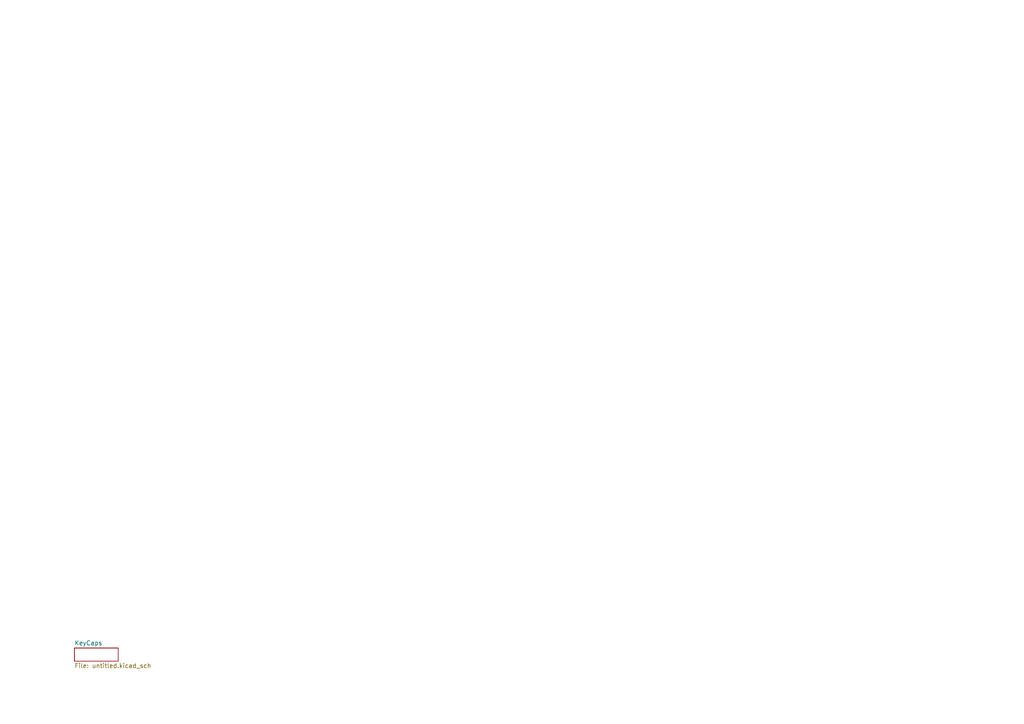
<source format=kicad_sch>
(kicad_sch
	(version 20250114)
	(generator "eeschema")
	(generator_version "9.0")
	(uuid "b2a07266-d3ee-4e75-b612-2994aaa83721")
	(paper "A4")
	(lib_symbols)
	(sheet
		(at 21.59 187.96)
		(size 12.7 3.81)
		(exclude_from_sim no)
		(in_bom yes)
		(on_board yes)
		(dnp no)
		(fields_autoplaced yes)
		(stroke
			(width 0.1524)
			(type solid)
		)
		(fill
			(color 0 0 0 0.0000)
		)
		(uuid "d43fc0d3-2c50-41fb-a934-85899d046fd6")
		(property "Sheetname" "KeyCaps"
			(at 21.59 187.2484 0)
			(effects
				(font
					(size 1.27 1.27)
				)
				(justify left bottom)
			)
		)
		(property "Sheetfile" "untitled.kicad_sch"
			(at 21.59 192.3546 0)
			(effects
				(font
					(size 1.27 1.27)
				)
				(justify left top)
			)
		)
		(instances
			(project "first"
				(path "/b2a07266-d3ee-4e75-b612-2994aaa83721"
					(page "2")
				)
			)
		)
	)
	(sheet_instances
		(path "/"
			(page "1")
		)
	)
	(embedded_fonts no)
)

</source>
